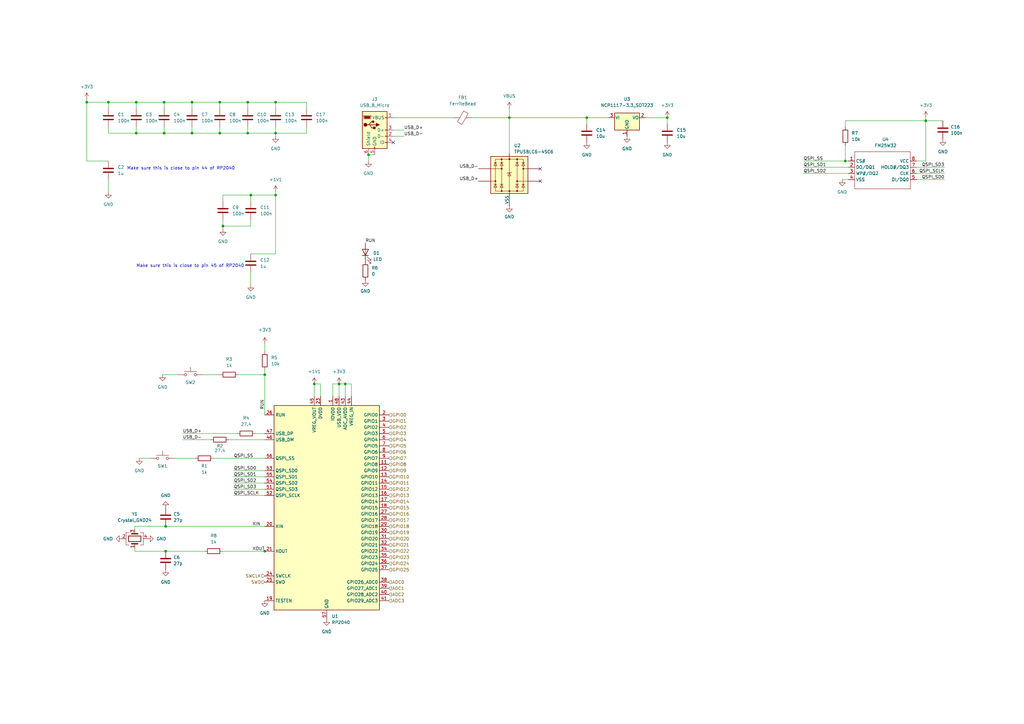
<source format=kicad_sch>
(kicad_sch (version 20211123) (generator eeschema)
  (paper "A3")
  (lib_symbols
    (symbol "Connector:USB_B_Micro" (pin_names (offset 1.016))
      (property "Reference" "J" (at -5.08 11.43 0))
      (property "Value" "USB_B_Micro" (at -5.08 8.89 0))
      (symbol "USB_B_Micro_0_1"
        (rectangle (start -5.08 -7.62) (end 5.08 7.62) (stroke (width 0.254)) (fill (type background)))
        (circle (center -3.81 2.159) (radius 0.635) (stroke (width 0.254)) (fill (type outline)))
        (circle (center -0.635 3.429) (radius 0.381) (stroke (width 0.254)) (fill (type outline)))
        (rectangle (start -0.127 -7.62) (end 0.127 -6.858))
        (polyline (pts (xy -1.905 2.159) (xy 0.635 2.159)) (stroke (width 0.254)))
        (polyline (pts (xy -3.175 2.159) (xy -2.54 2.159) (xy -1.27 3.429) (xy -0.635 3.429)) (stroke (width 0.254)))
        (polyline (pts (xy -2.54 2.159) (xy -1.905 2.159) (xy -1.27 0.889) (xy 0 0.889)) (stroke (width 0.254)))
        (polyline (pts (xy 0.635 2.794) (xy 0.635 1.524) (xy 1.905 2.159) (xy 0.635 2.794)) (stroke (width 0.254)) (fill (type outline)))
        (polyline (pts (xy -4.318 5.588) (xy -1.778 5.588) (xy -2.032 4.826) (xy -4.064 4.826) (xy -4.318 5.588)) (fill (type outline)))
        (polyline (pts (xy -4.699 5.842) (xy -4.699 5.588) (xy -4.445 4.826) (xy -4.445 4.572) (xy -1.651 4.572) (xy -1.651 4.826) (xy -1.397 5.588) (xy -1.397 5.842) (xy -4.699 5.842)))
        (rectangle (start 0.254 1.27) (end -0.508 0.508) (stroke (width 0.254)) (fill (type outline)))
        (rectangle (start 5.08 -5.207) (end 4.318 -4.953))
        (rectangle (start 5.08 -2.667) (end 4.318 -2.413))
        (rectangle (start 5.08 -0.127) (end 4.318 0.127))
        (rectangle (start 5.08 4.953) (end 4.318 5.207))
      )
      (symbol "USB_B_Micro_1_1"
        (pin power_out line (at 7.62 5.08 180) (length 2.54) (name "VBUS") (number "1"))
        (pin bidirectional line (at 7.62 -2.54 180) (length 2.54) (name "D-") (number "2"))
        (pin bidirectional line (at 7.62 0 180) (length 2.54) (name "D+") (number "3"))
        (pin passive line (at 7.62 -5.08 180) (length 2.54) (name "ID") (number "4"))
        (pin power_out line (at 0 -10.16 90) (length 2.54) (name "GND") (number "5"))
        (pin passive line (at -2.54 -10.16 90) (length 2.54) (name "Shield") (number "6"))
      )
    )
    (symbol "Device:C" (pin_numbers hide) (pin_names (offset 0.254))
      (property "Reference" "C" (at 0.635 2.54 0))
      (property "Value" "C" (at 0.635 -2.54 0))
      (symbol "C_0_1"
        (polyline (pts (xy -2.032 -0.762) (xy 2.032 -0.762)) (stroke (width 0.508)))
        (polyline (pts (xy -2.032 0.762) (xy 2.032 0.762)) (stroke (width 0.508)))
      )
      (symbol "C_1_1"
        (pin passive line (at 0 3.81 270) (length 2.794) (name "~") (number "1"))
        (pin passive line (at 0 -3.81 90) (length 2.794) (name "~") (number "2"))
      )
    )
    (symbol "Device:Crystal_GND24" (pin_names (offset 1.016) hide)
      (property "Reference" "Y" (at 3.175 5.08 0))
      (property "Value" "Crystal_GND24" (at 3.175 3.175 0))
      (symbol "Crystal_GND24_0_1"
        (rectangle (start -1.143 2.54) (end 1.143 -2.54) (stroke (width 0.3048)))
        (polyline (pts (xy -2.54 0) (xy -2.032 0)))
        (polyline (pts (xy -2.032 -1.27) (xy -2.032 1.27)) (stroke (width 0.508)))
        (polyline (pts (xy 0 -3.81) (xy 0 -3.556)))
        (polyline (pts (xy 0 3.556) (xy 0 3.81)))
        (polyline (pts (xy 2.032 -1.27) (xy 2.032 1.27)) (stroke (width 0.508)))
        (polyline (pts (xy 2.032 0) (xy 2.54 0)))
        (polyline (pts (xy -2.54 -2.286) (xy -2.54 -3.556) (xy 2.54 -3.556) (xy 2.54 -2.286)))
        (polyline (pts (xy -2.54 2.286) (xy -2.54 3.556) (xy 2.54 3.556) (xy 2.54 2.286)))
      )
      (symbol "Crystal_GND24_1_1"
        (pin passive line (at -3.81 0 0) (length 1.27) (name "1") (number "1"))
        (pin passive line (at 0 5.08 270) (length 1.27) (name "2") (number "2"))
        (pin passive line (at 3.81 0 180) (length 1.27) (name "3") (number "3"))
        (pin passive line (at 0 -5.08 90) (length 1.27) (name "4") (number "4"))
      )
    )
    (symbol "Device:FerriteBead" (pin_numbers hide) (pin_names (offset 0))
      (property "Reference" "FB" (at -3.81 0.635 90))
      (property "Value" "FerriteBead" (at 3.81 0 90))
      (symbol "FerriteBead_0_1"
        (polyline (pts (xy 0 -1.27) (xy 0 -1.2192)))
        (polyline (pts (xy 0 1.27) (xy 0 1.2954)))
        (polyline (pts (xy -2.7686 0.4064) (xy -1.7018 2.2606) (xy 2.7686 -0.3048) (xy 1.6764 -2.159) (xy -2.7686 0.4064)))
      )
      (symbol "FerriteBead_1_1"
        (pin passive line (at 0 3.81 270) (length 2.54) (name "~") (number "1"))
        (pin passive line (at 0 -3.81 90) (length 2.54) (name "~") (number "2"))
      )
    )
    (symbol "Device:LED" (pin_numbers hide) (pin_names (offset 1.016) hide)
      (property "Reference" "D" (at 0 2.54 0))
      (property "Value" "LED" (at 0 -2.54 0))
      (symbol "LED_0_1"
        (polyline (pts (xy -1.27 -1.27) (xy -1.27 1.27)) (stroke (width 0.254)))
        (polyline (pts (xy -1.27 0) (xy 1.27 0)))
        (polyline (pts (xy 1.27 -1.27) (xy 1.27 1.27) (xy -1.27 0) (xy 1.27 -1.27)) (stroke (width 0.254)))
        (polyline (pts (xy -3.048 -0.762) (xy -4.572 -2.286) (xy -3.81 -2.286) (xy -4.572 -2.286) (xy -4.572 -1.524)))
        (polyline (pts (xy -1.778 -0.762) (xy -3.302 -2.286) (xy -2.54 -2.286) (xy -3.302 -2.286) (xy -3.302 -1.524)))
      )
      (symbol "LED_1_1"
        (pin passive line (at -3.81 0 0) (length 2.54) (name "K") (number "1"))
        (pin passive line (at 3.81 0 180) (length 2.54) (name "A") (number "2"))
      )
    )
    (symbol "Device:R" (pin_numbers hide) (pin_names (offset 0))
      (property "Reference" "R" (at 2.032 0 90))
      (property "Value" "R" (at 0 0 90))
      (symbol "R_0_1"
        (rectangle (start -1.016 -2.54) (end 1.016 2.54) (stroke (width 0.254)))
      )
      (symbol "R_1_1"
        (pin passive line (at 0 3.81 270) (length 1.27) (name "~") (number "1"))
        (pin passive line (at 0 -3.81 90) (length 1.27) (name "~") (number "2"))
      )
    )
    (symbol "Library:FM25W32"
      (property "Reference" "U" (at 0 -3.81 0))
      (property "Value" "FM25W32" (at 0 11.43 0))
      (symbol "FM25W32_0_1"
        (rectangle (start -11.43 12.7) (end 11.43 -2.54))
        (rectangle (start 13.97 1.27) (end 13.97 1.27))
        (rectangle (start 13.97 1.27) (end 13.97 1.27))
        (rectangle (start 13.97 1.27) (end 13.97 1.27))
        (rectangle (start 13.97 1.27) (end 13.97 1.27))
        (rectangle (start 13.97 1.27) (end 13.97 1.27))
        (rectangle (start 13.97 1.27) (end 13.97 1.27))
        (rectangle (start 13.97 1.27) (end 13.97 1.27))
        (rectangle (start 13.97 1.27) (end 13.97 1.27))
        (rectangle (start 13.97 1.27) (end 13.97 1.27))
      )
      (symbol "FM25W32_1_1"
        (pin input line (at -13.97 8.89 0) (length 2.54) (name "CS#") (number "1"))
        (pin input line (at -13.97 6.35 0) (length 2.54) (name "DO/DQ1") (number "2"))
        (pin input line (at -13.97 3.81 0) (length 2.54) (name "WP#/DQ2") (number "3"))
        (pin input line (at -13.97 1.27 0) (length 2.54) (name "VSS") (number "4"))
        (pin input line (at 13.97 1.27 180) (length 2.54) (name "DI/DQ0") (number "5"))
        (pin input line (at 13.97 3.81 180) (length 2.54) (name "CLK") (number "6"))
        (pin input line (at 13.97 6.35 180) (length 2.54) (name "HOLD#/DQ3") (number "7"))
        (pin input line (at 13.97 8.89 180) (length 2.54) (name "VCC") (number "8"))
      )
    )
    (symbol "Library:TPUSBLC6-4SC6" (pin_numbers hide) (pin_names (offset 0))
      (property "Reference" "U" (at -19.05 10.16 0))
      (property "Value" "TPUSBLC6-4SC6" (at 8.89 -10.16 0))
      (symbol "TPUSBLC6-4SC6_0_0"
        (rectangle (start -5.715 6.477) (end 5.715 -6.604))
        (polyline (pts (xy -3.175 -6.604) (xy -3.175 6.477)))
        (polyline (pts (xy 0 6.477) (xy 0 -6.604)))
        (polyline (pts (xy 3.175 6.477) (xy 3.175 -6.604)))
      )
      (symbol "TPUSBLC6-4SC6_0_1"
        (rectangle (start -7.62 7.62) (end 7.62 -7.62) (stroke (width 0.254)) (fill (type background)))
        (circle (center -5.715 -2.54) (radius 0.2794) (fill (type outline)))
        (circle (center -3.175 -6.604) (radius 0.2794) (fill (type outline)))
        (circle (center -3.175 2.54) (radius 0.2794) (fill (type outline)))
        (circle (center -3.175 6.477) (radius 0.2794) (fill (type outline)))
        (circle (center 0 -6.604) (radius 0.2794) (fill (type outline)))
        (polyline (pts (xy -7.747 2.54) (xy -3.175 2.54)))
        (polyline (pts (xy -7.62 -2.54) (xy -5.715 -2.54)))
        (polyline (pts (xy -5.08 -3.81) (xy -6.35 -3.81)))
        (polyline (pts (xy -5.08 5.08) (xy -6.35 5.08)))
        (polyline (pts (xy -2.54 -3.81) (xy -3.81 -3.81)))
        (polyline (pts (xy -2.54 5.08) (xy -3.81 5.08)))
        (polyline (pts (xy -0.635 0.889) (xy -1.016 0.635)))
        (polyline (pts (xy 0 -6.604) (xy 0 -7.62)))
        (polyline (pts (xy 0.635 0.889) (xy -0.635 0.889)))
        (polyline (pts (xy 0.635 0.889) (xy 1.016 1.143)))
        (polyline (pts (xy 3.81 -3.81) (xy 2.54 -3.81)))
        (polyline (pts (xy 3.81 5.08) (xy 2.54 5.08)))
        (polyline (pts (xy 6.35 -3.81) (xy 5.08 -3.81)))
        (polyline (pts (xy 6.35 5.08) (xy 5.08 5.08)))
        (polyline (pts (xy 7.62 -2.54) (xy 3.175 -2.54)))
        (polyline (pts (xy 7.62 2.54) (xy 5.715 2.54)))
        (polyline (pts (xy -5.08 -5.08) (xy -6.35 -5.08) (xy -5.715 -3.81) (xy -5.08 -5.08)))
        (polyline (pts (xy -5.08 3.81) (xy -6.35 3.81) (xy -5.715 5.08) (xy -5.08 3.81)))
        (polyline (pts (xy -2.54 -5.08) (xy -3.81 -5.08) (xy -3.175 -3.81) (xy -2.54 -5.08)))
        (polyline (pts (xy -2.54 3.81) (xy -3.81 3.81) (xy -3.175 5.08) (xy -2.54 3.81)))
        (polyline (pts (xy 0.635 -0.381) (xy -0.635 -0.381) (xy 0 0.889) (xy 0.635 -0.381)))
        (polyline (pts (xy 3.81 -5.08) (xy 2.54 -5.08) (xy 3.175 -3.81) (xy 3.81 -5.08)))
        (polyline (pts (xy 3.81 3.81) (xy 2.54 3.81) (xy 3.175 5.08) (xy 3.81 3.81)))
        (polyline (pts (xy 6.35 -5.08) (xy 5.08 -5.08) (xy 5.715 -3.81) (xy 6.35 -5.08)))
        (polyline (pts (xy 6.35 3.81) (xy 5.08 3.81) (xy 5.715 5.08) (xy 6.35 3.81)))
        (circle (center 0 6.477) (radius 0.2794) (fill (type outline)))
        (circle (center 3.175 -6.604) (radius 0.2794) (fill (type outline)))
        (circle (center 3.175 -2.54) (radius 0.2794) (fill (type outline)))
        (circle (center 3.175 6.477) (radius 0.2794) (fill (type outline)))
        (circle (center 5.715 2.54) (radius 0.2794) (fill (type outline)))
      )
      (symbol "TPUSBLC6-4SC6_1_1"
        (pin passive line (at -12.7 -2.54 0) (length 5.08) (name "~") (number "1"))
        (pin power_in line (at 0 -12.7 90) (length 5.08) (name "VSS") (number "2"))
        (pin passive line (at 12.7 -2.54 180) (length 5.08) (name "~") (number "3"))
        (pin passive line (at 12.7 2.54 180) (length 5.08) (name "~") (number "4"))
        (pin power_in line (at 0 8.89 270) (length 2.54) (name "~") (number "5"))
        (pin passive line (at -12.7 2.54 0) (length 5.08) (name "~") (number "6"))
      )
    )
    (symbol "MCU_RaspberryPi:RP2040"
      (property "Reference" "U" (at 17.78 45.72 0))
      (property "Value" "RP2040" (at 17.78 43.18 0))
      (symbol "RP2040_0_1"
        (rectangle (start -21.59 41.91) (end 21.59 -41.91) (stroke (width 0.254)) (fill (type background)))
      )
      (symbol "RP2040_1_1"
        (pin power_in line (at 2.54 45.72 270) (length 3.81) (name "IOVDD") (number "1"))
        (pin passive line (at 2.54 45.72 270) (length 3.81) hide (name "IOVDD") (number "10"))
        (pin bidirectional line (at 25.4 17.78 180) (length 3.81) (name "GPIO8") (number "11"))
        (pin bidirectional line (at 25.4 15.24 180) (length 3.81) (name "GPIO9") (number "12"))
        (pin bidirectional line (at 25.4 12.7 180) (length 3.81) (name "GPIO10") (number "13"))
        (pin bidirectional line (at 25.4 10.16 180) (length 3.81) (name "GPIO11") (number "14"))
        (pin bidirectional line (at 25.4 7.62 180) (length 3.81) (name "GPIO12") (number "15"))
        (pin bidirectional line (at 25.4 5.08 180) (length 3.81) (name "GPIO13") (number "16"))
        (pin bidirectional line (at 25.4 2.54 180) (length 3.81) (name "GPIO14") (number "17"))
        (pin bidirectional line (at 25.4 0 180) (length 3.81) (name "GPIO15") (number "18"))
        (pin input line (at -25.4 -38.1 0) (length 3.81) (name "TESTEN") (number "19"))
        (pin bidirectional line (at 25.4 38.1 180) (length 3.81) (name "GPIO0") (number "2"))
        (pin input line (at -25.4 -7.62 0) (length 3.81) (name "XIN") (number "20"))
        (pin passive line (at -25.4 -17.78 0) (length 3.81) (name "XOUT") (number "21"))
        (pin passive line (at 2.54 45.72 270) (length 3.81) hide (name "IOVDD") (number "22"))
        (pin power_in line (at -2.54 45.72 270) (length 3.81) (name "DVDD") (number "23"))
        (pin output line (at -25.4 -27.94 0) (length 3.81) (name "SWCLK") (number "24"))
        (pin bidirectional line (at -25.4 -30.48 0) (length 3.81) (name "SWD") (number "25"))
        (pin input line (at -25.4 38.1 0) (length 3.81) (name "RUN") (number "26"))
        (pin bidirectional line (at 25.4 -2.54 180) (length 3.81) (name "GPIO16") (number "27"))
        (pin bidirectional line (at 25.4 -5.08 180) (length 3.81) (name "GPIO17") (number "28"))
        (pin bidirectional line (at 25.4 -7.62 180) (length 3.81) (name "GPIO18") (number "29"))
        (pin bidirectional line (at 25.4 35.56 180) (length 3.81) (name "GPIO1") (number "3"))
        (pin bidirectional line (at 25.4 -10.16 180) (length 3.81) (name "GPIO19") (number "30"))
        (pin bidirectional line (at 25.4 -12.7 180) (length 3.81) (name "GPIO20") (number "31"))
        (pin bidirectional line (at 25.4 -15.24 180) (length 3.81) (name "GPIO21") (number "32"))
        (pin passive line (at 2.54 45.72 270) (length 3.81) hide (name "IOVDD") (number "33"))
        (pin bidirectional line (at 25.4 -17.78 180) (length 3.81) (name "GPIO22") (number "34"))
        (pin bidirectional line (at 25.4 -20.32 180) (length 3.81) (name "GPIO23") (number "35"))
        (pin bidirectional line (at 25.4 -22.86 180) (length 3.81) (name "GPIO24") (number "36"))
        (pin bidirectional line (at 25.4 -25.4 180) (length 3.81) (name "GPIO25") (number "37"))
        (pin bidirectional line (at 25.4 -30.48 180) (length 3.81) (name "GPIO26_ADC0") (number "38"))
        (pin bidirectional line (at 25.4 -33.02 180) (length 3.81) (name "GPIO27_ADC1") (number "39"))
        (pin bidirectional line (at 25.4 33.02 180) (length 3.81) (name "GPIO2") (number "4"))
        (pin bidirectional line (at 25.4 -35.56 180) (length 3.81) (name "GPIO28_ADC2") (number "40"))
        (pin bidirectional line (at 25.4 -38.1 180) (length 3.81) (name "GPIO29_ADC3") (number "41"))
        (pin passive line (at 2.54 45.72 270) (length 3.81) hide (name "IOVDD") (number "42"))
        (pin power_in line (at 7.62 45.72 270) (length 3.81) (name "ADC_AVDD") (number "43"))
        (pin power_in line (at 10.16 45.72 270) (length 3.81) (name "VREG_IN") (number "44"))
        (pin power_out line (at -5.08 45.72 270) (length 3.81) (name "VREG_VOUT") (number "45"))
        (pin bidirectional line (at -25.4 27.94 0) (length 3.81) (name "USB_DM") (number "46"))
        (pin bidirectional line (at -25.4 30.48 0) (length 3.81) (name "USB_DP") (number "47"))
        (pin power_in line (at 5.08 45.72 270) (length 3.81) (name "USB_VDD") (number "48"))
        (pin passive line (at 2.54 45.72 270) (length 3.81) hide (name "IOVDD") (number "49"))
        (pin bidirectional line (at 25.4 30.48 180) (length 3.81) (name "GPIO3") (number "5"))
        (pin passive line (at -2.54 45.72 270) (length 3.81) hide (name "DVDD") (number "50"))
        (pin bidirectional line (at -25.4 7.62 0) (length 3.81) (name "QSPI_SD3") (number "51"))
        (pin output line (at -25.4 5.08 0) (length 3.81) (name "QSPI_SCLK") (number "52"))
        (pin bidirectional line (at -25.4 15.24 0) (length 3.81) (name "QSPI_SD0") (number "53"))
        (pin bidirectional line (at -25.4 10.16 0) (length 3.81) (name "QSPI_SD2") (number "54"))
        (pin bidirectional line (at -25.4 12.7 0) (length 3.81) (name "QSPI_SD1") (number "55"))
        (pin bidirectional line (at -25.4 20.32 0) (length 3.81) (name "QSPI_SS") (number "56"))
        (pin power_in line (at 0 -45.72 90) (length 3.81) (name "GND") (number "57"))
        (pin bidirectional line (at 25.4 27.94 180) (length 3.81) (name "GPIO4") (number "6"))
        (pin bidirectional line (at 25.4 25.4 180) (length 3.81) (name "GPIO5") (number "7"))
        (pin bidirectional line (at 25.4 22.86 180) (length 3.81) (name "GPIO6") (number "8"))
        (pin bidirectional line (at 25.4 20.32 180) (length 3.81) (name "GPIO7") (number "9"))
      )
    )
    (symbol "Regulator_Linear:NCP1117-3.3_SOT223" (pin_names (offset 0.254))
      (property "Reference" "U" (at -3.81 3.175 0))
      (property "Value" "NCP1117-3.3_SOT223" (at 0 3.175 0))
      (symbol "NCP1117-3.3_SOT223_0_1"
        (rectangle (start -5.08 -5.08) (end 5.08 1.905) (stroke (width 0.254)) (fill (type background)))
      )
      (symbol "NCP1117-3.3_SOT223_1_1"
        (pin power_in line (at 0 -7.62 90) (length 2.54) (name "GND") (number "1"))
        (pin power_out line (at 7.62 0 180) (length 2.54) (name "VO") (number "2"))
        (pin power_in line (at -7.62 0 0) (length 2.54) (name "VI") (number "3"))
      )
    )
    (symbol "Switch:SW_Push" (pin_numbers hide) (pin_names (offset 1.016) hide)
      (property "Reference" "SW" (at 1.27 2.54 0))
      (property "Value" "SW_Push" (at 0 -1.524 0))
      (symbol "SW_Push_0_1"
        (circle (center -2.032 0) (radius 0.508))
        (polyline (pts (xy 0 1.27) (xy 0 3.048)))
        (polyline (pts (xy 2.54 1.27) (xy -2.54 1.27)))
        (circle (center 2.032 0) (radius 0.508))
        (pin passive line (at -5.08 0 0) (length 2.54) (name "1") (number "1"))
        (pin passive line (at 5.08 0 180) (length 2.54) (name "2") (number "2"))
      )
    )
    (symbol "power:+1V1" (power) (pin_names (offset 0))
      (property "Value" "+1V1" (at 0 3.556 0))
      (symbol "+1V1_0_1"
        (polyline (pts (xy -0.762 1.27) (xy 0 2.54)))
        (polyline (pts (xy 0 0) (xy 0 2.54)))
        (polyline (pts (xy 0 2.54) (xy 0.762 1.27)))
      )
      (symbol "+1V1_1_1"
        (pin power_in line (at 0 0 90) (length 0) hide (name "+1V1") (number "1"))
      )
    )
    (symbol "power:+3V3" (power) (pin_names (offset 0))
      (property "Value" "+3V3" (at 0 3.556 0))
      (symbol "+3V3_0_1"
        (polyline (pts (xy -0.762 1.27) (xy 0 2.54)))
        (polyline (pts (xy 0 0) (xy 0 2.54)))
        (polyline (pts (xy 0 2.54) (xy 0.762 1.27)))
      )
      (symbol "+3V3_1_1"
        (pin power_in line (at 0 0 90) (length 0) hide (name "+3V3") (number "1"))
      )
    )
    (symbol "power:GND" (power) (pin_names (offset 0))
      (property "Value" "GND" (at 0 -3.81 0))
      (symbol "GND_0_1"
        (polyline (pts (xy 0 0) (xy 0 -1.27) (xy 1.27 -1.27) (xy 0 -2.54) (xy -1.27 -1.27) (xy 0 -1.27)))
      )
      (symbol "GND_1_1"
        (pin power_in line (at 0 0 270) (length 0) hide (name "GND") (number "1"))
      )
    )
    (symbol "power:VBUS" (power) (pin_names (offset 0))
      (property "Value" "VBUS" (at 0 3.81 0))
      (symbol "VBUS_0_1"
        (polyline (pts (xy -0.762 1.27) (xy 0 2.54)))
        (polyline (pts (xy 0 0) (xy 0 2.54)))
        (polyline (pts (xy 0 2.54) (xy 0.762 1.27)))
      )
      (symbol "VBUS_1_1"
        (pin power_in line (at 0 0 90) (length 0) hide (name "VBUS") (number "1"))
      )
    )
  )
  (junction (at 208.915 48.26))
  (junction (at 113.03 54.61))
  (junction (at 379.73 49.53))
  (junction (at 55.88 54.61))
  (junction (at 91.44 92.71))
  (junction (at 67.945 226.06))
  (junction (at 67.31 41.91))
  (junction (at 90.17 54.61))
  (junction (at 35.56 41.91))
  (junction (at 78.74 54.61))
  (junction (at 55.88 41.91))
  (junction (at 128.905 157.48))
  (junction (at 113.03 80.01))
  (junction (at 67.31 54.61))
  (junction (at 101.6 41.91))
  (junction (at 78.74 41.91))
  (junction (at 101.6 54.61))
  (junction (at 141.605 157.48))
  (junction (at 44.45 41.91))
  (junction (at 108.585 153.67))
  (junction (at 67.945 215.9))
  (junction (at 240.665 48.26))
  (junction (at 90.17 41.91))
  (junction (at 102.87 80.01))
  (junction (at 108.585 226.06))
  (junction (at 151.13 63.5))
  (junction (at 346.71 66.04))
  (junction (at 113.03 41.91))
  (junction (at 273.685 48.26))
  (junction (at 139.065 157.48))
  (no_connect (at 221.615 69.215))
  (no_connect (at 221.615 74.295))
  (no_connect (at 161.29 58.42))
  (wire (pts (xy 141.605 162.56) (xy 141.605 157.48)))
  (wire (pts (xy 108.585 153.67) (xy 108.585 170.18)))
  (wire (pts (xy 97.79 153.67) (xy 108.585 153.67)))
  (wire (pts (xy 345.44 73.66) (xy 347.98 73.66)))
  (wire (pts (xy 379.73 48.26) (xy 379.73 49.53)))
  (wire (pts (xy 78.74 41.91) (xy 90.17 41.91)))
  (wire (pts (xy 161.29 55.88) (xy 165.735 55.88)))
  (wire (pts (xy 66.675 153.67) (xy 73.025 153.67)))
  (wire (pts (xy 108.585 226.06) (xy 109.22 226.06)))
  (wire (pts (xy 125.73 52.07) (xy 125.73 54.61)))
  (wire (pts (xy 161.29 48.26) (xy 186.055 48.26)))
  (wire (pts (xy 151.13 66.04) (xy 151.13 63.5)))
  (wire (pts (xy 125.73 44.45) (xy 125.73 41.91)))
  (wire (pts (xy 55.88 41.91) (xy 67.31 41.91)))
  (wire (pts (xy 329.565 71.12) (xy 347.98 71.12)))
  (wire (pts (xy 108.585 151.765) (xy 108.585 153.67)))
  (wire (pts (xy 208.915 48.26) (xy 208.915 62.865)))
  (wire (pts (xy 208.915 48.26) (xy 240.665 48.26)))
  (wire (pts (xy 55.245 226.06) (xy 55.245 224.79)))
  (wire (pts (xy 101.6 41.91) (xy 101.6 44.45)))
  (wire (pts (xy 90.17 41.91) (xy 90.17 44.45)))
  (wire (pts (xy 128.905 157.48) (xy 131.445 157.48)))
  (wire (pts (xy 387.35 68.58) (xy 375.92 68.58)))
  (wire (pts (xy 329.565 66.04) (xy 346.71 66.04)))
  (wire (pts (xy 102.87 90.17) (xy 102.87 92.71)))
  (wire (pts (xy 91.44 226.06) (xy 108.585 226.06)))
  (wire (pts (xy 108.585 140.97) (xy 108.585 144.145)))
  (wire (pts (xy 71.755 187.96) (xy 80.01 187.96)))
  (wire (pts (xy 90.17 41.91) (xy 101.6 41.91)))
  (wire (pts (xy 102.87 111.76) (xy 102.87 116.84)))
  (wire (pts (xy 74.93 180.34) (xy 86.36 180.34)))
  (wire (pts (xy 240.665 48.26) (xy 249.555 48.26)))
  (wire (pts (xy 91.44 82.55) (xy 91.44 80.01)))
  (wire (pts (xy 379.73 49.53) (xy 379.73 66.04)))
  (wire (pts (xy 35.56 41.91) (xy 44.45 41.91)))
  (wire (pts (xy 101.6 54.61) (xy 101.6 52.07)))
  (wire (pts (xy 273.685 48.26) (xy 273.685 50.8)))
  (wire (pts (xy 151.13 63.5) (xy 153.67 63.5)))
  (wire (pts (xy 113.03 80.01) (xy 113.03 104.14)))
  (wire (pts (xy 102.87 80.01) (xy 102.87 82.55)))
  (wire (pts (xy 161.29 53.34) (xy 165.735 53.34)))
  (wire (pts (xy 95.885 193.04) (xy 108.585 193.04)))
  (wire (pts (xy 346.71 49.53) (xy 379.73 49.53)))
  (wire (pts (xy 83.185 153.67) (xy 90.17 153.67)))
  (wire (pts (xy 44.45 52.07) (xy 44.45 54.61)))
  (wire (pts (xy 141.605 157.48) (xy 139.065 157.48)))
  (wire (pts (xy 240.665 50.8) (xy 240.665 48.26)))
  (wire (pts (xy 113.03 78.74) (xy 113.03 80.01)))
  (wire (pts (xy 125.73 54.61) (xy 113.03 54.61)))
  (wire (pts (xy 55.88 54.61) (xy 67.31 54.61)))
  (wire (pts (xy 193.675 48.26) (xy 208.915 48.26)))
  (wire (pts (xy 379.73 49.53) (xy 386.715 49.53)))
  (wire (pts (xy 55.245 215.9) (xy 55.245 217.17)))
  (wire (pts (xy 67.31 41.91) (xy 78.74 41.91)))
  (wire (pts (xy 44.45 41.91) (xy 55.88 41.91)))
  (wire (pts (xy 102.87 92.71) (xy 91.44 92.71)))
  (wire (pts (xy 67.31 54.61) (xy 67.31 52.07)))
  (wire (pts (xy 108.585 215.9) (xy 67.945 215.9)))
  (wire (pts (xy 78.74 54.61) (xy 90.17 54.61)))
  (wire (pts (xy 95.885 195.58) (xy 108.585 195.58)))
  (wire (pts (xy 131.445 157.48) (xy 131.445 162.56)))
  (wire (pts (xy 208.915 44.45) (xy 208.915 48.26)))
  (wire (pts (xy 35.56 41.91) (xy 35.56 66.04)))
  (wire (pts (xy 44.45 54.61) (xy 55.88 54.61)))
  (wire (pts (xy 95.885 203.2) (xy 108.585 203.2)))
  (wire (pts (xy 264.795 48.26) (xy 273.685 48.26)))
  (wire (pts (xy 91.44 93.98) (xy 91.44 92.71)))
  (wire (pts (xy 95.885 198.12) (xy 108.585 198.12)))
  (wire (pts (xy 78.74 54.61) (xy 78.74 52.07)))
  (wire (pts (xy 91.44 80.01) (xy 102.87 80.01)))
  (wire (pts (xy 55.245 226.06) (xy 67.945 226.06)))
  (wire (pts (xy 346.71 52.07) (xy 346.71 49.53)))
  (wire (pts (xy 78.74 41.91) (xy 78.74 44.45)))
  (wire (pts (xy 379.73 66.04) (xy 375.92 66.04)))
  (wire (pts (xy 113.03 54.61) (xy 113.03 52.07)))
  (wire (pts (xy 144.145 162.56) (xy 144.145 157.48)))
  (wire (pts (xy 44.45 44.45) (xy 44.45 41.91)))
  (wire (pts (xy 125.73 41.91) (xy 113.03 41.91)))
  (wire (pts (xy 346.71 59.69) (xy 346.71 66.04)))
  (wire (pts (xy 329.565 68.58) (xy 347.98 68.58)))
  (wire (pts (xy 67.945 226.06) (xy 83.82 226.06)))
  (wire (pts (xy 113.03 41.91) (xy 113.03 44.45)))
  (wire (pts (xy 387.35 71.12) (xy 375.92 71.12)))
  (wire (pts (xy 67.31 41.91) (xy 67.31 44.45)))
  (wire (pts (xy 74.93 177.8) (xy 97.155 177.8)))
  (wire (pts (xy 57.15 187.96) (xy 61.595 187.96)))
  (wire (pts (xy 44.45 73.66) (xy 44.45 78.74)))
  (wire (pts (xy 55.88 54.61) (xy 55.88 52.07)))
  (wire (pts (xy 128.905 157.48) (xy 128.905 162.56)))
  (wire (pts (xy 95.885 200.66) (xy 108.585 200.66)))
  (wire (pts (xy 113.03 55.88) (xy 113.03 54.61)))
  (wire (pts (xy 90.17 54.61) (xy 90.17 52.07)))
  (wire (pts (xy 87.63 187.96) (xy 108.585 187.96)))
  (wire (pts (xy 101.6 54.61) (xy 113.03 54.61)))
  (wire (pts (xy 387.35 73.66) (xy 375.92 73.66)))
  (wire (pts (xy 91.44 92.71) (xy 91.44 90.17)))
  (wire (pts (xy 346.71 66.04) (xy 347.98 66.04)))
  (wire (pts (xy 101.6 41.91) (xy 113.03 41.91)))
  (wire (pts (xy 90.17 54.61) (xy 101.6 54.61)))
  (wire (pts (xy 67.31 54.61) (xy 78.74 54.61)))
  (wire (pts (xy 136.525 162.56) (xy 136.525 157.48)))
  (wire (pts (xy 35.56 40.64) (xy 35.56 41.91)))
  (wire (pts (xy 139.065 157.48) (xy 139.065 162.56)))
  (wire (pts (xy 144.145 157.48) (xy 141.605 157.48)))
  (wire (pts (xy 136.525 157.48) (xy 139.065 157.48)))
  (wire (pts (xy 55.88 41.91) (xy 55.88 44.45)))
  (wire (pts (xy 104.775 177.8) (xy 108.585 177.8)))
  (wire (pts (xy 67.945 215.9) (xy 55.245 215.9)))
  (wire (pts (xy 93.98 180.34) (xy 108.585 180.34)))
  (wire (pts (xy 35.56 66.04) (xy 44.45 66.04)))
  (wire (pts (xy 102.87 80.01) (xy 113.03 80.01)))
  (wire (pts (xy 113.03 104.14) (xy 102.87 104.14)))
  (text "Make sure this is close to pin 45 of RP2040" (at 55.88 109.855 0) (effects (font (size 1.27 1.27)) (justify left bottom)))
  (text "Make sure this is close to pin 44 of RP2040" (at 52.07 69.85 0) (effects (font (size 1.27 1.27)) (justify left bottom)))
  (label "USB_D+" (at 196.215 74.295 180))
  (label "QSPI_SCLK" (at 95.885 203.2 0))
  (label "RUN" (at 149.86 99.695 0))
  (label "QSPI_SCLK" (at 387.35 71.12 180))
  (label "QSPI_SD2" (at 95.885 198.12 0))
  (label "QSPI_SD0" (at 95.885 193.04 0))
  (label "USB_D+" (at 165.735 53.34 0))
  (label "QSPI_SS" (at 95.885 187.96 0))
  (label "USB_D+" (at 74.93 177.8 0))
  (label "QSPI_SD3" (at 387.35 68.58 180))
  (label "QSPI_SD3" (at 95.885 200.66 0))
  (label "USB_D-" (at 165.735 55.88 0))
  (label "USB_D-" (at 74.93 180.34 0))
  (label "QSPI_SD1" (at 95.885 195.58 0))
  (label "QSPI_SS" (at 329.565 66.04 0))
  (label "XIN" (at 103.505 215.9 0))
  (label "XOUT" (at 103.505 226.06 0))
  (label "RUN" (at 108.585 163.83 270))
  (label "QSPI_SD2" (at 329.565 71.12 0))
  (label "QSPI_SD1" (at 329.565 68.58 0))
  (label "QSPI_SD0" (at 387.35 73.66 180))
  (label "USB_D-" (at 196.215 69.215 180))
  (hierarchical_label "GPIO21" (shape input) (at 159.385 223.52 0))
  (hierarchical_label "GPIO5" (shape input) (at 159.385 182.88 0))
  (hierarchical_label "GPIO24" (shape input) (at 159.385 231.14 0))
  (hierarchical_label "GPIO8" (shape input) (at 159.385 190.5 0))
  (hierarchical_label "GPIO16" (shape input) (at 159.385 210.82 0))
  (hierarchical_label "GPIO12" (shape input) (at 159.385 200.66 0))
  (hierarchical_label "GPIO19" (shape input) (at 159.385 218.44 0))
  (hierarchical_label "GPIO14" (shape input) (at 159.385 205.74 0))
  (hierarchical_label "GPIO0" (shape input) (at 159.385 170.18 0))
  (hierarchical_label "SWCLK" (shape input) (at 108.585 236.22 180))
  (hierarchical_label "GPIO17" (shape input) (at 159.385 213.36 0))
  (hierarchical_label "GPIO1" (shape input) (at 159.385 172.72 0))
  (hierarchical_label "GPIO23" (shape input) (at 159.385 228.6 0))
  (hierarchical_label "GPIO2" (shape input) (at 159.385 175.26 0))
  (hierarchical_label "GPIO6" (shape input) (at 159.385 185.42 0))
  (hierarchical_label "GPIO25" (shape input) (at 159.385 233.68 0))
  (hierarchical_label "SWD" (shape input) (at 108.585 238.76 180))
  (hierarchical_label "GPIO11" (shape input) (at 159.385 198.12 0))
  (hierarchical_label "GPIO9" (shape input) (at 159.385 193.04 0))
  (hierarchical_label "GPIO10" (shape input) (at 159.385 195.58 0))
  (hierarchical_label "GPIO20" (shape input) (at 159.385 220.98 0))
  (hierarchical_label "GPIO18" (shape input) (at 159.385 215.9 0))
  (hierarchical_label "ADC1" (shape input) (at 159.385 241.3 0))
  (hierarchical_label "GPIO3" (shape input) (at 159.385 177.8 0))
  (hierarchical_label "ADC2" (shape input) (at 159.385 243.84 0))
  (hierarchical_label "GPIO13" (shape input) (at 159.385 203.2 0))
  (hierarchical_label "GPIO15" (shape input) (at 159.385 208.28 0))
  (hierarchical_label "ADC0" (shape input) (at 159.385 238.76 0))
  (hierarchical_label "GPIO7" (shape input) (at 159.385 187.96 0))
  (hierarchical_label "GPIO22" (shape input) (at 159.385 226.06 0))
  (hierarchical_label "ADC3" (shape input) (at 159.385 246.38 0))
  (hierarchical_label "GPIO4" (shape input) (at 159.385 180.34 0))
  (symbol (lib_id "Device:C") (at 125.73 48.26 0) (unit 1)
    (property "Reference" "C17" (at 129.54 46.9899 0) (effects (justify left)))
    (property "Value" "100n" (at 129.54 49.5299 0) (effects (justify left)))
    (property "Footprint" "Capacitor_SMD:C_0402_1005Metric_Pad0.74x0.62mm_HandSolder" (effects hide))
    (property "LCSC" "C60474" (effects hide))
  )
  (symbol (lib_id "power:+3V3") (at 273.685 48.26 0) (unit 1)
    (property "Reference" "#PWR027" (effects hide))
    (property "Value" "+3V3" (at 273.685 43.18 0))
  )
  (symbol (lib_id "Switch:SW_Push") (at 66.675 187.96 0) (unit 1)
    (property "Reference" "SW1" (at 66.675 191.135 0))
    (property "Value" "SW_Push" (effects hide))
    (property "Footprint" "footprints:BZCN TSC003A0826A" (effects hide))
    (property "LCSC" "C2888477" (effects hide))
  )
  (symbol (lib_id "Device:C") (at 90.17 48.26 0) (unit 1)
    (property "Reference" "C8" (at 93.98 46.9899 0) (effects (justify left)))
    (property "Value" "100n" (at 93.98 49.5299 0) (effects (justify left)))
    (property "Footprint" "Capacitor_SMD:C_0402_1005Metric_Pad0.74x0.62mm_HandSolder" (effects hide))
    (property "LCSC" "C60474" (effects hide))
  )
  (symbol (lib_id "Device:C") (at 386.715 53.34 0) (unit 1)
    (property "Reference" "C16" (at 389.89 52.0699 0) (effects (justify left)))
    (property "Value" "100n" (at 389.89 54.6099 0) (effects (justify left)))
    (property "Footprint" "Capacitor_SMD:C_0402_1005Metric_Pad0.74x0.62mm_HandSolder" (effects hide))
    (property "LCSC" "C60474" (effects hide))
  )
  (symbol (lib_id "Device:R") (at 100.965 177.8 90) (unit 1)
    (property "Reference" "R4" (at 100.965 171.45 90))
    (property "Value" "27.4" (at 100.965 173.99 90))
    (property "Footprint" "Resistor_SMD:R_0402_1005Metric_Pad0.72x0.64mm_HandSolder" (effects hide))
    (property "LCSC" "C226391" (effects hide))
  )
  (symbol (lib_id "Device:C") (at 44.45 48.26 0) (unit 1)
    (property "Reference" "C1" (at 48.26 46.9899 0) (effects (justify left)))
    (property "Value" "100n" (at 48.26 49.5299 0) (effects (justify left)))
    (property "Footprint" "Capacitor_SMD:C_0402_1005Metric_Pad0.74x0.62mm_HandSolder" (effects hide))
    (property "LCSC" "C60474" (effects hide))
  )
  (symbol (lib_id "power:GND") (at 257.175 55.88 0) (unit 1)
    (property "Reference" "#PWR026" (effects hide))
    (property "Value" "GND" (at 257.175 60.96 0))
  )
  (symbol (lib_id "power:GND") (at 149.86 114.935 0) (unit 1)
    (property "Reference" "#PWR021" (effects hide))
    (property "Value" "GND" (at 149.86 119.38 0))
  )
  (symbol (lib_id "power:GND") (at 67.945 233.68 0) (unit 1)
    (property "Reference" "#PWR010" (effects hide))
    (property "Value" "GND" (at 67.945 238.76 0))
  )
  (symbol (lib_id "power:+3V3") (at 379.73 48.26 0) (unit 1)
    (property "Reference" "#PWR030" (effects hide))
    (property "Value" "+3V3" (at 379.73 43.18 0))
  )
  (symbol (lib_id "power:+3V3") (at 108.585 140.97 0) (unit 1)
    (property "Reference" "#PWR013" (effects hide))
    (property "Value" "+3V3" (at 108.585 135.255 0))
  )
  (symbol (lib_id "Device:C") (at 91.44 86.36 0) (unit 1)
    (property "Reference" "C9" (at 95.25 85.0899 0) (effects (justify left)))
    (property "Value" "100n" (at 95.25 87.6299 0) (effects (justify left)))
    (property "Footprint" "Capacitor_SMD:C_0402_1005Metric_Pad0.74x0.62mm_HandSolder" (effects hide))
    (property "LCSC" "C60474" (effects hide))
  )
  (symbol (lib_id "power:GND") (at 60.325 220.98 90) (unit 1)
    (property "Reference" "#PWR07" (effects hide))
    (property "Value" "GND" (at 64.135 220.9799 90) (effects (justify right)))
  )
  (symbol (lib_id "power:GND") (at 113.03 55.88 0) (unit 1)
    (property "Reference" "#PWR015" (effects hide))
    (property "Value" "GND" (at 113.03 60.96 0))
  )
  (symbol (lib_id "power:GND") (at 208.915 84.455 0) (unit 1)
    (property "Reference" "#PWR024" (effects hide))
    (property "Value" "GND" (at 208.915 88.9 0))
  )
  (symbol (lib_id "Device:R") (at 83.82 187.96 90) (unit 1)
    (property "Reference" "R1" (at 83.82 191.135 90))
    (property "Value" "1k" (at 83.82 193.675 90))
    (property "Footprint" "Resistor_SMD:R_0402_1005Metric_Pad0.72x0.64mm_HandSolder" (effects hide))
    (property "LCSC" "C114949" (effects hide))
  )
  (symbol (lib_id "Device:R") (at 93.98 153.67 90) (unit 1)
    (property "Reference" "R3" (at 93.98 147.32 90))
    (property "Value" "1k" (at 93.98 149.86 90))
    (property "Footprint" "Resistor_SMD:R_0402_1005Metric_Pad0.72x0.64mm_HandSolder" (effects hide))
    (property "LCSC" "C114949" (effects hide))
  )
  (symbol (lib_id "Library:TPUSBLC6-4SC6") (at 208.915 71.755 0) (unit 1)
    (property "Reference" "U2" (at 210.82 59.69 0) (effects (justify left)))
    (property "Value" "TPUSBLC6-4SC6" (at 210.82 62.23 0) (effects (justify left)))
    (property "Footprint" "Package_TO_SOT_SMD:SOT-23-6_Handsoldering" (effects hide))
    (property "Datasheet" "https://datasheet.lcsc.com/lcsc/2108131930_TECH-PUBLIC-TPUSBLC6-4SC6_C558419.pdf" (effects hide))
    (property "LCSC" "C558419" (effects hide))
  )
  (symbol (lib_id "power:GND") (at 240.665 58.42 0) (unit 1)
    (property "Reference" "#PWR025" (effects hide))
    (property "Value" "GND" (at 240.665 63.5 0))
  )
  (symbol (lib_id "Device:LED") (at 149.86 103.505 90) (unit 1)
    (property "Reference" "D1" (at 153.035 103.8224 90) (effects (justify right)))
    (property "Value" "LED" (at 153.035 106.3624 90) (effects (justify right)))
    (property "Footprint" "LED_SMD:LED_0603_1608Metric_Pad1.05x0.95mm_HandSolder" (effects hide))
    (property "LCSC" "C965804" (effects hide))
  )
  (symbol (lib_id "power:+1V1") (at 128.905 157.48 0) (unit 1)
    (property "Reference" "#PWR017" (effects hide))
    (property "Value" "+1V1" (at 128.905 152.4 0))
  )
  (symbol (lib_id "Device:C") (at 67.31 48.26 0) (unit 1)
    (property "Reference" "C4" (at 71.12 46.9899 0) (effects (justify left)))
    (property "Value" "100n" (at 71.12 49.5299 0) (effects (justify left)))
    (property "Footprint" "Capacitor_SMD:C_0402_1005Metric_Pad0.74x0.62mm_HandSolder" (effects hide))
    (property "LCSC" "C60474" (effects hide))
  )
  (symbol (lib_id "power:VBUS") (at 208.915 44.45 0) (unit 1)
    (property "Reference" "#PWR023" (effects hide))
    (property "Value" "VBUS" (at 208.915 39.37 0))
  )
  (symbol (lib_id "power:GND") (at 50.165 220.98 270) (unit 1)
    (property "Reference" "#PWR05" (effects hide))
    (property "Value" "GND" (at 46.355 220.9799 90) (effects (justify right)))
  )
  (symbol (lib_id "power:+3V3") (at 139.065 157.48 0) (unit 1)
    (property "Reference" "#PWR019" (effects hide))
    (property "Value" "+3V3" (at 139.065 152.4 0))
  )
  (symbol (lib_id "Library:FM25W32") (at 361.95 74.93 0) (unit 1)
    (property "Reference" "U4" (at 363.22 57.15 0))
    (property "Value" "FM25W32" (at 363.22 59.69 0))
    (property "Footprint" "Package_SO:SOP-8_5.28x5.23mm_P1.27mm" (effects hide))
    (property "LCSC" "C609616" (effects hide))
  )
  (symbol (lib_id "Device:R") (at 87.63 226.06 90) (unit 1)
    (property "Reference" "R8" (at 87.63 219.71 90))
    (property "Value" "1k" (at 87.63 222.25 90))
    (property "Footprint" "Resistor_SMD:R_0402_1005Metric_Pad0.72x0.64mm_HandSolder" (effects hide))
    (property "LCSC" "C114949" (effects hide))
  )
  (symbol (lib_id "power:GND") (at 44.45 78.74 0) (unit 1)
    (property "Reference" "#PWR04" (effects hide))
    (property "Value" "GND" (at 44.45 83.82 0))
  )
  (symbol (lib_id "Device:C") (at 113.03 48.26 0) (unit 1)
    (property "Reference" "C13" (at 116.84 46.9899 0) (effects (justify left)))
    (property "Value" "100n" (at 116.84 49.5299 0) (effects (justify left)))
    (property "Footprint" "Capacitor_SMD:C_0402_1005Metric_Pad0.74x0.62mm_HandSolder" (effects hide))
    (property "LCSC" "C60474" (effects hide))
  )
  (symbol (lib_id "Device:C") (at 101.6 48.26 0) (unit 1)
    (property "Reference" "C10" (at 105.41 46.9899 0) (effects (justify left)))
    (property "Value" "100n" (at 105.41 49.5299 0) (effects (justify left)))
    (property "Footprint" "Capacitor_SMD:C_0402_1005Metric_Pad0.74x0.62mm_HandSolder" (effects hide))
    (property "LCSC" "C60474" (effects hide))
  )
  (symbol (lib_id "power:GND") (at 151.13 66.04 0) (unit 1)
    (property "Reference" "#PWR022" (effects hide))
    (property "Value" "GND" (at 151.13 71.12 0))
  )
  (symbol (lib_id "Device:R") (at 149.86 111.125 0) (unit 1)
    (property "Reference" "R6" (at 152.4 109.8549 0) (effects (justify left)))
    (property "Value" "0" (at 152.4 112.3949 0) (effects (justify left)))
    (property "Footprint" "Resistor_SMD:R_0402_1005Metric_Pad0.72x0.64mm_HandSolder" (effects hide))
    (property "LCSC" "C60485" (effects hide))
  )
  (symbol (lib_id "Device:FerriteBead") (at 189.865 48.26 90) (unit 1)
    (property "Reference" "FB1" (at 189.8142 40.005 90))
    (property "Value" "FerriteBead" (at 189.8142 42.545 90))
    (property "Footprint" "Resistor_SMD:R_0402_1005Metric_Pad0.72x0.64mm_HandSolder" (effects hide))
    (property "LCSC" "C85813" (effects hide))
  )
  (symbol (lib_id "Device:Crystal_GND24") (at 55.245 220.98 90) (unit 1)
    (property "Reference" "Y1" (at 55.245 210.82 90))
    (property "Value" "Crystal_GND24" (at 55.245 213.36 90))
    (property "Footprint" "Crystal:Crystal_SMD_3225-4Pin_3.2x2.5mm" (effects hide))
    (property "LCSC" "C9002" (effects hide))
  )
  (symbol (lib_id "power:GND") (at 57.15 187.96 0) (unit 1)
    (property "Reference" "#PWR06" (effects hide))
    (property "Value" "GND" (at 57.15 193.04 0))
  )
  (symbol (lib_id "Device:C") (at 78.74 48.26 0) (unit 1)
    (property "Reference" "C7" (at 82.55 46.9899 0) (effects (justify left)))
    (property "Value" "100n" (at 82.55 49.5299 0) (effects (justify left)))
    (property "Footprint" "Capacitor_SMD:C_0402_1005Metric_Pad0.74x0.62mm_HandSolder" (effects hide))
    (property "LCSC" "C60474" (effects hide))
  )
  (symbol (lib_id "power:GND") (at 133.985 254 0) (unit 1)
    (property "Reference" "#PWR018" (effects hide))
    (property "Value" "GND" (at 133.985 259.08 0))
  )
  (symbol (lib_id "Device:C") (at 55.88 48.26 0) (unit 1)
    (property "Reference" "C3" (at 59.69 46.9899 0) (effects (justify left)))
    (property "Value" "100n" (at 59.69 49.5299 0) (effects (justify left)))
    (property "Footprint" "Capacitor_SMD:C_0402_1005Metric_Pad0.74x0.62mm_HandSolder" (effects hide))
    (property "LCSC" "C60474" (effects hide))
  )
  (symbol (lib_id "power:GND") (at 67.945 208.28 180) (unit 1)
    (property "Reference" "#PWR09" (effects hide))
    (property "Value" "GND" (at 67.945 203.2 0))
  )
  (symbol (lib_id "power:GND") (at 273.685 58.42 0) (unit 1)
    (property "Reference" "#PWR028" (effects hide))
    (property "Value" "GND" (at 273.685 63.5 0))
  )
  (symbol (lib_id "power:GND") (at 345.44 73.66 0) (unit 1)
    (property "Reference" "#PWR029" (effects hide))
    (property "Value" "GND" (at 345.44 78.74 0))
  )
  (symbol (lib_id "power:GND") (at 66.675 153.67 0) (unit 1)
    (property "Reference" "#PWR08" (effects hide))
    (property "Value" "GND" (at 66.675 158.75 0))
  )
  (symbol (lib_id "power:GND") (at 386.715 57.15 0) (unit 1)
    (property "Reference" "#PWR031" (effects hide))
    (property "Value" "GND" (at 386.715 62.23 0))
  )
  (symbol (lib_id "Device:C") (at 102.87 86.36 0) (unit 1)
    (property "Reference" "C11" (at 106.68 85.0899 0) (effects (justify left)))
    (property "Value" "100n" (at 106.68 87.6299 0) (effects (justify left)))
    (property "Footprint" "Capacitor_SMD:C_0402_1005Metric_Pad0.74x0.62mm_HandSolder" (effects hide))
    (property "LCSC" "C60474" (effects hide))
  )
  (symbol (lib_id "Device:R") (at 108.585 147.955 0) (unit 1)
    (property "Reference" "R5" (at 111.125 146.6849 0) (effects (justify left)))
    (property "Value" "10k" (at 111.125 149.2249 0) (effects (justify left)))
    (property "Footprint" "Resistor_SMD:R_0402_1005Metric_Pad0.72x0.64mm_HandSolder" (effects hide))
    (property "LCSC" "C60490" (effects hide))
  )
  (symbol (lib_id "Device:C") (at 273.685 54.61 0) (unit 1)
    (property "Reference" "C15" (at 277.495 53.3399 0) (effects (justify left)))
    (property "Value" "10u" (at 277.495 55.8799 0) (effects (justify left)))
    (property "Footprint" "Capacitor_SMD:C_0402_1005Metric_Pad0.74x0.62mm_HandSolder" (effects hide))
    (property "LCSC" "C85713" (effects hide))
  )
  (symbol (lib_id "Device:C") (at 102.87 107.95 0) (unit 1)
    (property "Reference" "C12" (at 106.68 106.6799 0) (effects (justify left)))
    (property "Value" "1u" (at 106.68 109.2199 0) (effects (justify left)))
    (property "Footprint" "Capacitor_SMD:C_0402_1005Metric_Pad0.74x0.62mm_HandSolder" (effects hide))
    (property "LCSC" "C59782" (effects hide))
  )
  (symbol (lib_id "MCU_RaspberryPi:RP2040") (at 133.985 208.28 0) (unit 1)
    (property "Reference" "U1" (at 136.0044 252.73 0) (effects (justify left)))
    (property "Value" "RP2040" (at 136.0044 255.27 0) (effects (justify left)))
    (property "Footprint" "Package_DFN_QFN:QFN-56-1EP_7x7mm_P0.4mm_EP3.2x3.2mm" (effects hide))
    (property "Datasheet" "https://datasheets.raspberrypi.com/rp2040/rp2040-datasheet.pdf" (effects hide))
    (property "LCSC" "C2040" (effects hide))
  )
  (symbol (lib_id "power:GND") (at 108.585 246.38 0) (unit 1)
    (property "Reference" "#PWR014" (effects hide))
    (property "Value" "GND" (at 108.585 251.46 0))
  )
  (symbol (lib_id "Device:C") (at 67.945 229.87 0) (unit 1)
    (property "Reference" "C6" (at 71.12 228.5999 0) (effects (justify left)))
    (property "Value" "27p" (at 71.12 231.1399 0) (effects (justify left)))
    (property "Footprint" "Capacitor_SMD:C_0402_1005Metric_Pad0.74x0.62mm_HandSolder" (effects hide))
    (property "LCSC" "C107002" (effects hide))
  )
  (symbol (lib_id "Device:C") (at 240.665 54.61 0) (unit 1)
    (property "Reference" "C14" (at 244.475 53.3399 0) (effects (justify left)))
    (property "Value" "10u" (at 244.475 55.8799 0) (effects (justify left)))
    (property "Footprint" "Capacitor_SMD:C_0402_1005Metric_Pad0.74x0.62mm_HandSolder" (effects hide))
    (property "LCSC" "C85713" (effects hide))
  )
  (symbol (lib_id "power:+1V1") (at 113.03 78.74 0) (unit 1)
    (property "Reference" "#PWR016" (effects hide))
    (property "Value" "+1V1" (at 113.03 73.66 0))
  )
  (symbol (lib_id "power:GND") (at 91.44 93.98 0) (unit 1)
    (property "Reference" "#PWR011" (effects hide))
    (property "Value" "GND" (at 91.44 99.06 0))
  )
  (symbol (lib_id "Device:R") (at 346.71 55.88 0) (unit 1)
    (property "Reference" "R7" (at 349.25 54.6099 0) (effects (justify left)))
    (property "Value" "10k" (at 349.25 57.1499 0) (effects (justify left)))
    (property "Footprint" "Resistor_SMD:R_0402_1005Metric_Pad0.72x0.64mm_HandSolder" (effects hide))
    (property "LCSC" "C60490" (effects hide))
  )
  (symbol (lib_id "Regulator_Linear:NCP1117-3.3_SOT223") (at 257.175 48.26 0) (unit 1)
    (property "Reference" "U3" (at 257.175 40.64 0))
    (property "Value" "NCP1117-3.3_SOT223" (at 257.175 43.18 0))
    (property "Footprint" "Package_TO_SOT_SMD:SOT-223-3_TabPin2" (effects hide))
    (property "Datasheet" "http://www.onsemi.com/pub_link/Collateral/NCP1117-D.PDF" (effects hide))
    (property "LCSC" "C26537" (effects hide))
  )
  (symbol (lib_id "power:GND") (at 102.87 116.84 0) (unit 1)
    (property "Reference" "#PWR012" (effects hide))
    (property "Value" "GND" (at 102.87 121.92 0))
  )
  (symbol (lib_id "Device:C") (at 44.45 69.85 0) (unit 1)
    (property "Reference" "C2" (at 48.26 68.5799 0) (effects (justify left)))
    (property "Value" "1u" (at 48.26 71.1199 0) (effects (justify left)))
    (property "Footprint" "Capacitor_SMD:C_0402_1005Metric_Pad0.74x0.62mm_HandSolder" (effects hide))
    (property "LCSC" "C59782" (effects hide))
  )
  (symbol (lib_id "Device:C") (at 67.945 212.09 0) (unit 1)
    (property "Reference" "C5" (at 71.12 210.8199 0) (effects (justify left)))
    (property "Value" "27p" (at 71.12 213.3599 0) (effects (justify left)))
    (property "Footprint" "Capacitor_SMD:C_0402_1005Metric_Pad0.74x0.62mm_HandSolder" (effects hide))
    (property "LCSC" "C107002" (effects hide))
  )
  (symbol (lib_id "Device:R") (at 90.17 180.34 90) (unit 1)
    (property "Reference" "R2" (at 90.17 182.88 90))
    (property "Value" "27.4" (at 90.17 184.785 90))
    (property "Footprint" "Resistor_SMD:R_0402_1005Metric_Pad0.72x0.64mm_HandSolder" (effects hide))
    (property "LCSC" "C226391" (effects hide))
  )
  (symbol (lib_id "power:+3V3") (at 35.56 40.64 0) (unit 1)
    (property "Reference" "#PWR03" (effects hide))
    (property "Value" "+3V3" (at 35.56 35.56 0))
  )
  (symbol (lib_id "Connector:USB_B_Micro") (at 153.67 53.34 0) (unit 1)
    (property "Reference" "J3" (at 153.67 40.64 0))
    (property "Value" "USB_B_Micro" (at 153.67 43.18 0))
    (property "Footprint" "footprints:DEALON USB-MR-D-037" (effects hide))
    (property "LCSC" "C2927008" (effects hide))
  )
  (symbol (lib_id "Switch:SW_Push") (at 78.105 153.67 0) (unit 1)
    (property "Reference" "SW2" (at 78.105 156.845 0))
    (property "Value" "SW_Push" (effects hide))
    (property "Footprint" "footprints:BZCN TSC003A0826A" (effects hide))
    (property "LCSC" "C2888477" (effects hide))
  )
)
</source>
